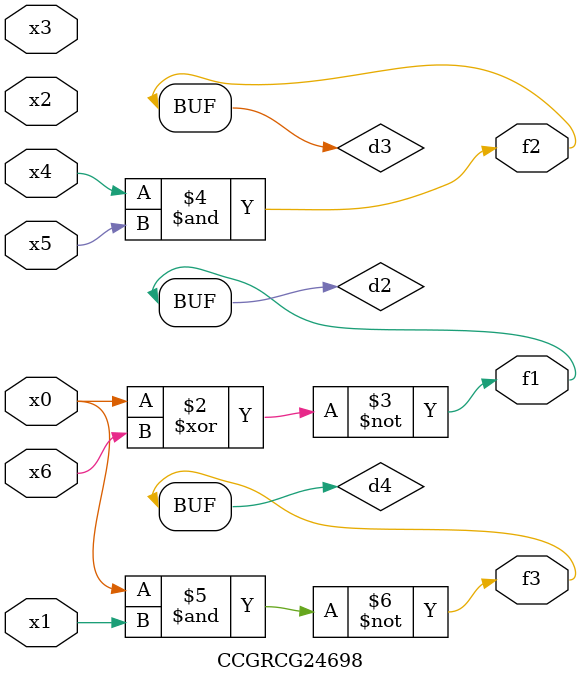
<source format=v>
module CCGRCG24698(
	input x0, x1, x2, x3, x4, x5, x6,
	output f1, f2, f3
);

	wire d1, d2, d3, d4;

	nor (d1, x0);
	xnor (d2, x0, x6);
	and (d3, x4, x5);
	nand (d4, x0, x1);
	assign f1 = d2;
	assign f2 = d3;
	assign f3 = d4;
endmodule

</source>
